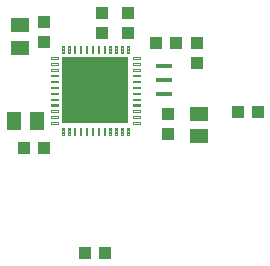
<source format=gbr>
G04 EAGLE Gerber RS-274X export*
G75*
%MOMM*%
%FSLAX34Y34*%
%LPD*%
%INSolderpaste Bottom*%
%IPPOS*%
%AMOC8*
5,1,8,0,0,1.08239X$1,22.5*%
G01*
%ADD10R,1.000000X1.100000*%
%ADD11R,1.500000X1.300000*%
%ADD12C,0.124994*%
%ADD13R,5.699988X5.699988*%
%ADD14R,1.399997X0.400000*%
%ADD15R,1.100000X1.000000*%
%ADD16R,1.300000X1.500000*%


D10*
X432090Y369521D03*
X432090Y386521D03*
D11*
X433587Y307328D03*
X433587Y326328D03*
D10*
X466984Y327645D03*
X483984Y327645D03*
D12*
X377827Y373077D02*
X377827Y374327D01*
X383577Y374327D01*
X383577Y373077D01*
X377827Y373077D01*
X377827Y374264D02*
X383577Y374264D01*
X377827Y369327D02*
X377827Y368077D01*
X377827Y369327D02*
X383577Y369327D01*
X383577Y368077D01*
X377827Y368077D01*
X377827Y369264D02*
X383577Y369264D01*
X377827Y364327D02*
X377827Y363077D01*
X377827Y364327D02*
X383577Y364327D01*
X383577Y363077D01*
X377827Y363077D01*
X377827Y364264D02*
X383577Y364264D01*
X377827Y359327D02*
X377827Y358077D01*
X377827Y359327D02*
X383577Y359327D01*
X383577Y358077D01*
X377827Y358077D01*
X377827Y359264D02*
X383577Y359264D01*
X377827Y354327D02*
X377827Y353077D01*
X377827Y354327D02*
X383577Y354327D01*
X383577Y353077D01*
X377827Y353077D01*
X377827Y354264D02*
X383577Y354264D01*
X377827Y349327D02*
X377827Y348077D01*
X377827Y349327D02*
X383577Y349327D01*
X383577Y348077D01*
X377827Y348077D01*
X377827Y349264D02*
X383577Y349264D01*
X377827Y344327D02*
X377827Y343077D01*
X377827Y344327D02*
X383577Y344327D01*
X383577Y343077D01*
X377827Y343077D01*
X377827Y344264D02*
X383577Y344264D01*
X377827Y339327D02*
X377827Y338077D01*
X377827Y339327D02*
X383577Y339327D01*
X383577Y338077D01*
X377827Y338077D01*
X377827Y339264D02*
X383577Y339264D01*
X377827Y334327D02*
X377827Y333077D01*
X377827Y334327D02*
X383577Y334327D01*
X383577Y333077D01*
X377827Y333077D01*
X377827Y334264D02*
X383577Y334264D01*
X377827Y329327D02*
X377827Y328077D01*
X377827Y329327D02*
X383577Y329327D01*
X383577Y328077D01*
X377827Y328077D01*
X377827Y329264D02*
X383577Y329264D01*
X377827Y324327D02*
X377827Y323077D01*
X377827Y324327D02*
X383577Y324327D01*
X383577Y323077D01*
X377827Y323077D01*
X377827Y324264D02*
X383577Y324264D01*
X377827Y319327D02*
X377827Y318077D01*
X377827Y319327D02*
X383577Y319327D01*
X383577Y318077D01*
X377827Y318077D01*
X377827Y319264D02*
X383577Y319264D01*
X374327Y314577D02*
X373077Y314577D01*
X374327Y314577D02*
X374327Y308827D01*
X373077Y308827D01*
X373077Y314577D01*
X373077Y310014D02*
X374327Y310014D01*
X374327Y311201D02*
X373077Y311201D01*
X373077Y312388D02*
X374327Y312388D01*
X374327Y313575D02*
X373077Y313575D01*
X369327Y314577D02*
X368077Y314577D01*
X369327Y314577D02*
X369327Y308827D01*
X368077Y308827D01*
X368077Y314577D01*
X368077Y310014D02*
X369327Y310014D01*
X369327Y311201D02*
X368077Y311201D01*
X368077Y312388D02*
X369327Y312388D01*
X369327Y313575D02*
X368077Y313575D01*
X364327Y314577D02*
X363077Y314577D01*
X364327Y314577D02*
X364327Y308827D01*
X363077Y308827D01*
X363077Y314577D01*
X363077Y310014D02*
X364327Y310014D01*
X364327Y311201D02*
X363077Y311201D01*
X363077Y312388D02*
X364327Y312388D01*
X364327Y313575D02*
X363077Y313575D01*
X359327Y314577D02*
X358077Y314577D01*
X359327Y314577D02*
X359327Y308827D01*
X358077Y308827D01*
X358077Y314577D01*
X358077Y310014D02*
X359327Y310014D01*
X359327Y311201D02*
X358077Y311201D01*
X358077Y312388D02*
X359327Y312388D01*
X359327Y313575D02*
X358077Y313575D01*
X354327Y314577D02*
X353077Y314577D01*
X354327Y314577D02*
X354327Y308827D01*
X353077Y308827D01*
X353077Y314577D01*
X353077Y310014D02*
X354327Y310014D01*
X354327Y311201D02*
X353077Y311201D01*
X353077Y312388D02*
X354327Y312388D01*
X354327Y313575D02*
X353077Y313575D01*
X349327Y314577D02*
X348077Y314577D01*
X349327Y314577D02*
X349327Y308827D01*
X348077Y308827D01*
X348077Y314577D01*
X348077Y310014D02*
X349327Y310014D01*
X349327Y311201D02*
X348077Y311201D01*
X348077Y312388D02*
X349327Y312388D01*
X349327Y313575D02*
X348077Y313575D01*
X344327Y314577D02*
X343077Y314577D01*
X344327Y314577D02*
X344327Y308827D01*
X343077Y308827D01*
X343077Y314577D01*
X343077Y310014D02*
X344327Y310014D01*
X344327Y311201D02*
X343077Y311201D01*
X343077Y312388D02*
X344327Y312388D01*
X344327Y313575D02*
X343077Y313575D01*
X339327Y314577D02*
X338077Y314577D01*
X339327Y314577D02*
X339327Y308827D01*
X338077Y308827D01*
X338077Y314577D01*
X338077Y310014D02*
X339327Y310014D01*
X339327Y311201D02*
X338077Y311201D01*
X338077Y312388D02*
X339327Y312388D01*
X339327Y313575D02*
X338077Y313575D01*
X334327Y314577D02*
X333077Y314577D01*
X334327Y314577D02*
X334327Y308827D01*
X333077Y308827D01*
X333077Y314577D01*
X333077Y310014D02*
X334327Y310014D01*
X334327Y311201D02*
X333077Y311201D01*
X333077Y312388D02*
X334327Y312388D01*
X334327Y313575D02*
X333077Y313575D01*
X329327Y314577D02*
X328077Y314577D01*
X329327Y314577D02*
X329327Y308827D01*
X328077Y308827D01*
X328077Y314577D01*
X328077Y310014D02*
X329327Y310014D01*
X329327Y311201D02*
X328077Y311201D01*
X328077Y312388D02*
X329327Y312388D01*
X329327Y313575D02*
X328077Y313575D01*
X324327Y314577D02*
X323077Y314577D01*
X324327Y314577D02*
X324327Y308827D01*
X323077Y308827D01*
X323077Y314577D01*
X323077Y310014D02*
X324327Y310014D01*
X324327Y311201D02*
X323077Y311201D01*
X323077Y312388D02*
X324327Y312388D01*
X324327Y313575D02*
X323077Y313575D01*
X319327Y314577D02*
X318077Y314577D01*
X319327Y314577D02*
X319327Y308827D01*
X318077Y308827D01*
X318077Y314577D01*
X318077Y310014D02*
X319327Y310014D01*
X319327Y311201D02*
X318077Y311201D01*
X318077Y312388D02*
X319327Y312388D01*
X319327Y313575D02*
X318077Y313575D01*
X314577Y318077D02*
X314577Y319327D01*
X314577Y318077D02*
X308827Y318077D01*
X308827Y319327D01*
X314577Y319327D01*
X314577Y319264D02*
X308827Y319264D01*
X314577Y323077D02*
X314577Y324327D01*
X314577Y323077D02*
X308827Y323077D01*
X308827Y324327D01*
X314577Y324327D01*
X314577Y324264D02*
X308827Y324264D01*
X314577Y328077D02*
X314577Y329327D01*
X314577Y328077D02*
X308827Y328077D01*
X308827Y329327D01*
X314577Y329327D01*
X314577Y329264D02*
X308827Y329264D01*
X314577Y333077D02*
X314577Y334327D01*
X314577Y333077D02*
X308827Y333077D01*
X308827Y334327D01*
X314577Y334327D01*
X314577Y334264D02*
X308827Y334264D01*
X314577Y338077D02*
X314577Y339327D01*
X314577Y338077D02*
X308827Y338077D01*
X308827Y339327D01*
X314577Y339327D01*
X314577Y339264D02*
X308827Y339264D01*
X314577Y343077D02*
X314577Y344327D01*
X314577Y343077D02*
X308827Y343077D01*
X308827Y344327D01*
X314577Y344327D01*
X314577Y344264D02*
X308827Y344264D01*
X314577Y348077D02*
X314577Y349327D01*
X314577Y348077D02*
X308827Y348077D01*
X308827Y349327D01*
X314577Y349327D01*
X314577Y349264D02*
X308827Y349264D01*
X314577Y353077D02*
X314577Y354327D01*
X314577Y353077D02*
X308827Y353077D01*
X308827Y354327D01*
X314577Y354327D01*
X314577Y354264D02*
X308827Y354264D01*
X314577Y358077D02*
X314577Y359327D01*
X314577Y358077D02*
X308827Y358077D01*
X308827Y359327D01*
X314577Y359327D01*
X314577Y359264D02*
X308827Y359264D01*
X314577Y363077D02*
X314577Y364327D01*
X314577Y363077D02*
X308827Y363077D01*
X308827Y364327D01*
X314577Y364327D01*
X314577Y364264D02*
X308827Y364264D01*
X314577Y368077D02*
X314577Y369327D01*
X314577Y368077D02*
X308827Y368077D01*
X308827Y369327D01*
X314577Y369327D01*
X314577Y369264D02*
X308827Y369264D01*
X314577Y373077D02*
X314577Y374327D01*
X314577Y373077D02*
X308827Y373077D01*
X308827Y374327D01*
X314577Y374327D01*
X314577Y374264D02*
X308827Y374264D01*
X318077Y377827D02*
X319327Y377827D01*
X318077Y377827D02*
X318077Y383577D01*
X319327Y383577D01*
X319327Y377827D01*
X319327Y379014D02*
X318077Y379014D01*
X318077Y380201D02*
X319327Y380201D01*
X319327Y381388D02*
X318077Y381388D01*
X318077Y382575D02*
X319327Y382575D01*
X323077Y377827D02*
X324327Y377827D01*
X323077Y377827D02*
X323077Y383577D01*
X324327Y383577D01*
X324327Y377827D01*
X324327Y379014D02*
X323077Y379014D01*
X323077Y380201D02*
X324327Y380201D01*
X324327Y381388D02*
X323077Y381388D01*
X323077Y382575D02*
X324327Y382575D01*
X328077Y377827D02*
X329327Y377827D01*
X328077Y377827D02*
X328077Y383577D01*
X329327Y383577D01*
X329327Y377827D01*
X329327Y379014D02*
X328077Y379014D01*
X328077Y380201D02*
X329327Y380201D01*
X329327Y381388D02*
X328077Y381388D01*
X328077Y382575D02*
X329327Y382575D01*
X333077Y377827D02*
X334327Y377827D01*
X333077Y377827D02*
X333077Y383577D01*
X334327Y383577D01*
X334327Y377827D01*
X334327Y379014D02*
X333077Y379014D01*
X333077Y380201D02*
X334327Y380201D01*
X334327Y381388D02*
X333077Y381388D01*
X333077Y382575D02*
X334327Y382575D01*
X338077Y377827D02*
X339327Y377827D01*
X338077Y377827D02*
X338077Y383577D01*
X339327Y383577D01*
X339327Y377827D01*
X339327Y379014D02*
X338077Y379014D01*
X338077Y380201D02*
X339327Y380201D01*
X339327Y381388D02*
X338077Y381388D01*
X338077Y382575D02*
X339327Y382575D01*
X343077Y377827D02*
X344327Y377827D01*
X343077Y377827D02*
X343077Y383577D01*
X344327Y383577D01*
X344327Y377827D01*
X344327Y379014D02*
X343077Y379014D01*
X343077Y380201D02*
X344327Y380201D01*
X344327Y381388D02*
X343077Y381388D01*
X343077Y382575D02*
X344327Y382575D01*
X348077Y377827D02*
X349327Y377827D01*
X348077Y377827D02*
X348077Y383577D01*
X349327Y383577D01*
X349327Y377827D01*
X349327Y379014D02*
X348077Y379014D01*
X348077Y380201D02*
X349327Y380201D01*
X349327Y381388D02*
X348077Y381388D01*
X348077Y382575D02*
X349327Y382575D01*
X353077Y377827D02*
X354327Y377827D01*
X353077Y377827D02*
X353077Y383577D01*
X354327Y383577D01*
X354327Y377827D01*
X354327Y379014D02*
X353077Y379014D01*
X353077Y380201D02*
X354327Y380201D01*
X354327Y381388D02*
X353077Y381388D01*
X353077Y382575D02*
X354327Y382575D01*
X358077Y377827D02*
X359327Y377827D01*
X358077Y377827D02*
X358077Y383577D01*
X359327Y383577D01*
X359327Y377827D01*
X359327Y379014D02*
X358077Y379014D01*
X358077Y380201D02*
X359327Y380201D01*
X359327Y381388D02*
X358077Y381388D01*
X358077Y382575D02*
X359327Y382575D01*
X363077Y377827D02*
X364327Y377827D01*
X363077Y377827D02*
X363077Y383577D01*
X364327Y383577D01*
X364327Y377827D01*
X364327Y379014D02*
X363077Y379014D01*
X363077Y380201D02*
X364327Y380201D01*
X364327Y381388D02*
X363077Y381388D01*
X363077Y382575D02*
X364327Y382575D01*
X368077Y377827D02*
X369327Y377827D01*
X368077Y377827D02*
X368077Y383577D01*
X369327Y383577D01*
X369327Y377827D01*
X369327Y379014D02*
X368077Y379014D01*
X368077Y380201D02*
X369327Y380201D01*
X369327Y381388D02*
X368077Y381388D01*
X368077Y382575D02*
X369327Y382575D01*
X373077Y377827D02*
X374327Y377827D01*
X373077Y377827D02*
X373077Y383577D01*
X374327Y383577D01*
X374327Y377827D01*
X374327Y379014D02*
X373077Y379014D01*
X373077Y380201D02*
X374327Y380201D01*
X374327Y381388D02*
X373077Y381388D01*
X373077Y382575D02*
X374327Y382575D01*
D13*
X346202Y346202D03*
D14*
X404335Y366820D03*
X404335Y354820D03*
X404335Y342820D03*
D15*
X352100Y411972D03*
X352100Y394972D03*
D16*
X296383Y320228D03*
X277383Y320228D03*
D11*
X282763Y382539D03*
X282763Y401539D03*
D10*
X407266Y309424D03*
X407266Y326424D03*
X373883Y395124D03*
X373883Y412124D03*
X303096Y387275D03*
X303096Y404275D03*
D15*
X302744Y297404D03*
X285744Y297404D03*
X397659Y386474D03*
X414659Y386474D03*
D10*
X354433Y208443D03*
X337433Y208443D03*
M02*

</source>
